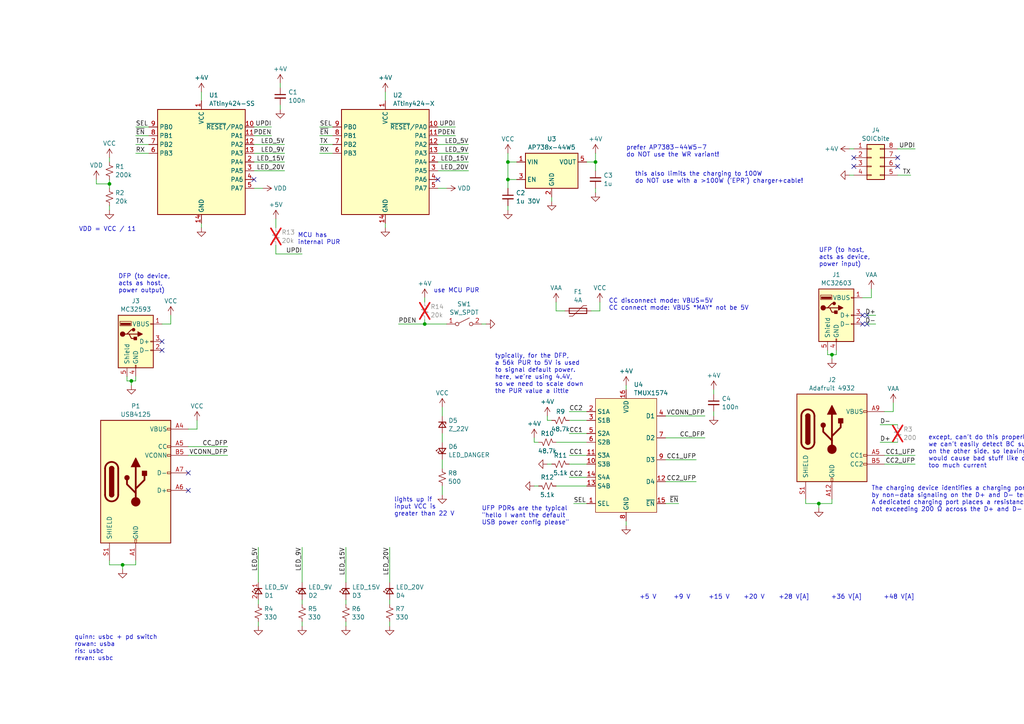
<source format=kicad_sch>
(kicad_sch (version 20230121) (generator eeschema)
  (paper "A4")
  (lib_symbols
    (symbol "Connector:USB_A" (pin_names (offset 1.016))
      (property "Reference" "J" (at -5.08 11.43 0))
      (property "Value" "USB_A" (at -5.08 8.89 0))
      (symbol "USB_A_0_1"
        (rectangle (start -5.08 -7.62) (end 5.08 7.62) (stroke (width 0.254)) (fill (type background)))
        (circle (center -3.81 2.159) (radius 0.635) (stroke (width 0.254)) (fill (type outline)))
        (rectangle (start -1.524 4.826) (end -4.318 5.334) (fill (type outline)))
        (rectangle (start -1.27 4.572) (end -4.572 5.842))
        (circle (center -0.635 3.429) (radius 0.381) (stroke (width 0.254)) (fill (type outline)))
        (rectangle (start -0.127 -7.62) (end 0.127 -6.858))
        (polyline (pts (xy -3.175 2.159) (xy -2.54 2.159) (xy -1.27 3.429) (xy -0.635 3.429)) (stroke (width 0.254)))
        (polyline (pts (xy -2.54 2.159) (xy -1.905 2.159) (xy -1.27 0.889) (xy 0 0.889)) (stroke (width 0.254)))
        (polyline (pts (xy 0.635 2.794) (xy 0.635 1.524) (xy 1.905 2.159) (xy 0.635 2.794)) (stroke (width 0.254)) (fill (type outline)))
        (rectangle (start 0.254 1.27) (end -0.508 0.508) (stroke (width 0.254)) (fill (type outline)))
        (rectangle (start 5.08 -2.667) (end 4.318 -2.413))
        (rectangle (start 5.08 -0.127) (end 4.318 0.127))
        (rectangle (start 5.08 4.953) (end 4.318 5.207))
      )
      (symbol "USB_A_1_1"
        (polyline (pts (xy -1.905 2.159) (xy 0.635 2.159)) (stroke (width 0.254)))
        (pin power_in line (at 7.62 5.08 180) (length 2.54) (name "VBUS") (number "1"))
        (pin bidirectional line (at 7.62 -2.54 180) (length 2.54) (name "D-") (number "2"))
        (pin bidirectional line (at 7.62 0 180) (length 2.54) (name "D+") (number "3"))
        (pin power_in line (at 0 -10.16 90) (length 2.54) (name "GND") (number "4"))
        (pin passive line (at -2.54 -10.16 90) (length 2.54) (name "Shield") (number "5"))
      )
    )
    (symbol "Connector:USB_C_Plug_USB2.0" (pin_names (offset 1.016))
      (property "Reference" "P" (at -10.16 19.05 0))
      (property "Value" "USB_C_Plug_USB2.0" (at 12.7 19.05 0))
      (symbol "USB_C_Plug_USB2.0_0_0"
        (rectangle (start -0.254 -17.78) (end 0.254 -16.764))
        (rectangle (start 10.16 -2.286) (end 9.144 -2.794))
        (rectangle (start 10.16 2.794) (end 9.144 2.286))
        (rectangle (start 10.16 7.874) (end 9.144 7.366))
        (rectangle (start 10.16 10.414) (end 9.144 9.906))
        (rectangle (start 10.16 15.494) (end 9.144 14.986))
      )
      (symbol "USB_C_Plug_USB2.0_0_1"
        (rectangle (start -10.16 17.78) (end 10.16 -17.78) (stroke (width 0.254)) (fill (type background)))
        (arc (start -8.89 -3.81) (mid -6.985 -5.7067) (end -5.08 -3.81) (stroke (width 0.508)))
        (arc (start -7.62 -3.81) (mid -6.985 -4.4423) (end -6.35 -3.81) (stroke (width 0.254)))
        (arc (start -7.62 -3.81) (mid -6.985 -4.4423) (end -6.35 -3.81) (stroke (width 0.254)) (fill (type outline)))
        (rectangle (start -7.62 -3.81) (end -6.35 3.81) (stroke (width 0.254)) (fill (type outline)))
        (arc (start -6.35 3.81) (mid -6.985 4.4423) (end -7.62 3.81) (stroke (width 0.254)))
        (arc (start -6.35 3.81) (mid -6.985 4.4423) (end -7.62 3.81) (stroke (width 0.254)) (fill (type outline)))
        (arc (start -5.08 3.81) (mid -6.985 5.7067) (end -8.89 3.81) (stroke (width 0.508)))
        (circle (center -2.54 1.143) (radius 0.635) (stroke (width 0.254)) (fill (type outline)))
        (circle (center 0 -5.842) (radius 1.27) (fill (type outline)))
        (polyline (pts (xy -8.89 -3.81) (xy -8.89 3.81)) (stroke (width 0.508)))
        (polyline (pts (xy -5.08 3.81) (xy -5.08 -3.81)) (stroke (width 0.508)))
        (polyline (pts (xy 0 -5.842) (xy 0 4.318)) (stroke (width 0.508)))
        (polyline (pts (xy 0 -3.302) (xy -2.54 -0.762) (xy -2.54 0.508)) (stroke (width 0.508)))
        (polyline (pts (xy 0 -2.032) (xy 2.54 0.508) (xy 2.54 1.778)) (stroke (width 0.508)))
        (polyline (pts (xy -1.27 4.318) (xy 0 6.858) (xy 1.27 4.318) (xy -1.27 4.318)) (stroke (width 0.254)) (fill (type outline)))
        (rectangle (start 1.905 1.778) (end 3.175 3.048) (stroke (width 0.254)) (fill (type outline)))
      )
      (symbol "USB_C_Plug_USB2.0_1_1"
        (pin passive line (at 0 -22.86 90) (length 5.08) (name "GND") (number "A1"))
        (pin passive line (at 0 -22.86 90) (length 5.08) hide (name "GND") (number "A12"))
        (pin passive line (at 15.24 15.24 180) (length 5.08) (name "VBUS") (number "A4"))
        (pin bidirectional line (at 15.24 10.16 180) (length 5.08) (name "CC") (number "A5"))
        (pin bidirectional line (at 15.24 -2.54 180) (length 5.08) (name "D+") (number "A6"))
        (pin bidirectional line (at 15.24 2.54 180) (length 5.08) (name "D-") (number "A7"))
        (pin passive line (at 15.24 15.24 180) (length 5.08) hide (name "VBUS") (number "A9"))
        (pin passive line (at 0 -22.86 90) (length 5.08) hide (name "GND") (number "B1"))
        (pin passive line (at 0 -22.86 90) (length 5.08) hide (name "GND") (number "B12"))
        (pin passive line (at 15.24 15.24 180) (length 5.08) hide (name "VBUS") (number "B4"))
        (pin bidirectional line (at 15.24 7.62 180) (length 5.08) (name "VCONN") (number "B5"))
        (pin passive line (at 15.24 15.24 180) (length 5.08) hide (name "VBUS") (number "B9"))
        (pin passive line (at -7.62 -22.86 90) (length 5.08) (name "SHIELD") (number "S1"))
      )
    )
    (symbol "Connector:USB_C_Receptacle_PowerOnly_6P" (pin_names (offset 1.016))
      (property "Reference" "J" (at 0 16.51 0))
      (property "Value" "USB_C_Receptacle_PowerOnly_6P" (at 0 13.97 0))
      (symbol "USB_C_Receptacle_PowerOnly_6P_0_0"
        (rectangle (start -0.254 -12.7) (end 0.254 -11.684))
        (rectangle (start 10.16 -7.366) (end 9.144 -7.874))
        (rectangle (start 10.16 -4.826) (end 9.144 -5.334))
        (rectangle (start 10.16 7.874) (end 9.144 7.366))
      )
      (symbol "USB_C_Receptacle_PowerOnly_6P_0_1"
        (rectangle (start -10.16 12.7) (end 10.16 -12.7) (stroke (width 0.254)) (fill (type background)))
        (arc (start -8.89 -1.27) (mid -6.985 -3.1667) (end -5.08 -1.27) (stroke (width 0.508)))
        (arc (start -7.62 -1.27) (mid -6.985 -1.9023) (end -6.35 -1.27) (stroke (width 0.254)))
        (arc (start -7.62 -1.27) (mid -6.985 -1.9023) (end -6.35 -1.27) (stroke (width 0.254)) (fill (type outline)))
        (rectangle (start -7.62 -1.27) (end -6.35 6.35) (stroke (width 0.254)) (fill (type outline)))
        (arc (start -6.35 6.35) (mid -6.985 6.9823) (end -7.62 6.35) (stroke (width 0.254)))
        (arc (start -6.35 6.35) (mid -6.985 6.9823) (end -7.62 6.35) (stroke (width 0.254)) (fill (type outline)))
        (arc (start -5.08 6.35) (mid -6.985 8.2467) (end -8.89 6.35) (stroke (width 0.508)))
        (circle (center -2.54 3.683) (radius 0.635) (stroke (width 0.254)) (fill (type outline)))
        (circle (center 0 -3.302) (radius 1.27) (fill (type outline)))
        (polyline (pts (xy -8.89 -1.27) (xy -8.89 6.35)) (stroke (width 0.508)))
        (polyline (pts (xy -5.08 6.35) (xy -5.08 -1.27)) (stroke (width 0.508)))
        (polyline (pts (xy 0 -3.302) (xy 0 6.858)) (stroke (width 0.508)))
        (polyline (pts (xy 0 -0.762) (xy -2.54 1.778) (xy -2.54 3.048)) (stroke (width 0.508)))
        (polyline (pts (xy 0 0.508) (xy 2.54 3.048) (xy 2.54 4.318)) (stroke (width 0.508)))
        (polyline (pts (xy -1.27 6.858) (xy 0 9.398) (xy 1.27 6.858) (xy -1.27 6.858)) (stroke (width 0.254)) (fill (type outline)))
        (rectangle (start 1.905 4.318) (end 3.175 5.588) (stroke (width 0.254)) (fill (type outline)))
      )
      (symbol "USB_C_Receptacle_PowerOnly_6P_1_1"
        (pin passive line (at 0 -17.78 90) (length 5.08) (name "GND") (number "A12"))
        (pin bidirectional line (at 15.24 -5.08 180) (length 5.08) (name "CC1") (number "A5"))
        (pin passive line (at 15.24 7.62 180) (length 5.08) (name "VBUS") (number "A9"))
        (pin passive line (at 0 -17.78 90) (length 5.08) hide (name "GND") (number "B12"))
        (pin bidirectional line (at 15.24 -7.62 180) (length 5.08) (name "CC2") (number "B5"))
        (pin passive line (at 15.24 7.62 180) (length 5.08) hide (name "VBUS") (number "B9"))
        (pin passive line (at -7.62 -17.78 90) (length 5.08) (name "SHIELD") (number "S1"))
      )
    )
    (symbol "Connector_Generic:Conn_02x04_Counter_Clockwise" (pin_names (offset 1.016) hide)
      (property "Reference" "J" (at 1.27 5.08 0))
      (property "Value" "Conn_02x04_Counter_Clockwise" (at 1.27 -7.62 0))
      (symbol "Conn_02x04_Counter_Clockwise_1_1"
        (rectangle (start -1.27 -4.953) (end 0 -5.207) (stroke (width 0.1524)))
        (rectangle (start -1.27 -2.413) (end 0 -2.667) (stroke (width 0.1524)))
        (rectangle (start -1.27 0.127) (end 0 -0.127) (stroke (width 0.1524)))
        (rectangle (start -1.27 2.667) (end 0 2.413) (stroke (width 0.1524)))
        (rectangle (start -1.27 3.81) (end 3.81 -6.35) (stroke (width 0.254)) (fill (type background)))
        (rectangle (start 3.81 -4.953) (end 2.54 -5.207) (stroke (width 0.1524)))
        (rectangle (start 3.81 -2.413) (end 2.54 -2.667) (stroke (width 0.1524)))
        (rectangle (start 3.81 0.127) (end 2.54 -0.127) (stroke (width 0.1524)))
        (rectangle (start 3.81 2.667) (end 2.54 2.413) (stroke (width 0.1524)))
        (pin passive line (at -5.08 2.54 0) (length 3.81) (name "Pin_1") (number "1"))
        (pin passive line (at -5.08 0 0) (length 3.81) (name "Pin_2") (number "2"))
        (pin passive line (at -5.08 -2.54 0) (length 3.81) (name "Pin_3") (number "3"))
        (pin passive line (at -5.08 -5.08 0) (length 3.81) (name "Pin_4") (number "4"))
        (pin passive line (at 7.62 -5.08 180) (length 3.81) (name "Pin_5") (number "5"))
        (pin passive line (at 7.62 -2.54 180) (length 3.81) (name "Pin_6") (number "6"))
        (pin passive line (at 7.62 0 180) (length 3.81) (name "Pin_7") (number "7"))
        (pin passive line (at 7.62 2.54 180) (length 3.81) (name "Pin_8") (number "8"))
      )
    )
    (symbol "Device:C_Small" (pin_numbers hide) (pin_names (offset 0.254) hide)
      (property "Reference" "C" (at 0.254 1.778 0))
      (property "Value" "C_Small" (at 0.254 -2.032 0))
      (symbol "C_Small_0_1"
        (polyline (pts (xy -1.524 -0.508) (xy 1.524 -0.508)) (stroke (width 0.3302)))
        (polyline (pts (xy -1.524 0.508) (xy 1.524 0.508)) (stroke (width 0.3048)))
      )
      (symbol "C_Small_1_1"
        (pin passive line (at 0 2.54 270) (length 2.032) (name "~") (number "1"))
        (pin passive line (at 0 -2.54 90) (length 2.032) (name "~") (number "2"))
      )
    )
    (symbol "Device:D_Zener_Small" (pin_numbers hide) (pin_names (offset 0.254) hide)
      (property "Reference" "D" (at 0 2.286 0))
      (property "Value" "D_Zener_Small" (at 0 -2.286 0))
      (symbol "D_Zener_Small_0_1"
        (polyline (pts (xy 0.762 0) (xy -0.762 0)))
        (polyline (pts (xy -0.254 1.016) (xy -0.762 1.016) (xy -0.762 -1.016)) (stroke (width 0.254)))
        (polyline (pts (xy 0.762 1.016) (xy -0.762 0) (xy 0.762 -1.016) (xy 0.762 1.016)) (stroke (width 0.254)))
      )
      (symbol "D_Zener_Small_1_1"
        (pin passive line (at -2.54 0 0) (length 1.778) (name "K") (number "1"))
        (pin passive line (at 2.54 0 180) (length 1.778) (name "A") (number "2"))
      )
    )
    (symbol "Device:LED_Small" (pin_numbers hide) (pin_names (offset 0.254) hide)
      (property "Reference" "D" (at -1.27 3.175 0))
      (property "Value" "LED_Small" (at -4.445 -2.54 0))
      (symbol "LED_Small_0_1"
        (polyline (pts (xy -0.762 -1.016) (xy -0.762 1.016)) (stroke (width 0.254)))
        (polyline (pts (xy 1.016 0) (xy -0.762 0)))
        (polyline (pts (xy 0.762 -1.016) (xy -0.762 0) (xy 0.762 1.016) (xy 0.762 -1.016)) (stroke (width 0.254)))
        (polyline (pts (xy 0 0.762) (xy -0.508 1.27) (xy -0.254 1.27) (xy -0.508 1.27) (xy -0.508 1.016)))
        (polyline (pts (xy 0.508 1.27) (xy 0 1.778) (xy 0.254 1.778) (xy 0 1.778) (xy 0 1.524)))
      )
      (symbol "LED_Small_1_1"
        (pin passive line (at -2.54 0 0) (length 1.778) (name "K") (number "1"))
        (pin passive line (at 2.54 0 180) (length 1.778) (name "A") (number "2"))
      )
    )
    (symbol "Device:Polyfuse" (pin_numbers hide) (pin_names (offset 0))
      (property "Reference" "F" (at -2.54 0 90))
      (property "Value" "Polyfuse" (at 2.54 0 90))
      (symbol "Polyfuse_0_1"
        (rectangle (start -0.762 2.54) (end 0.762 -2.54) (stroke (width 0.254)))
        (polyline (pts (xy 0 2.54) (xy 0 -2.54)))
        (polyline (pts (xy -1.524 2.54) (xy -1.524 1.524) (xy 1.524 -1.524) (xy 1.524 -2.54)))
      )
      (symbol "Polyfuse_1_1"
        (pin passive line (at 0 3.81 270) (length 1.27) (name "~") (number "1"))
        (pin passive line (at 0 -3.81 90) (length 1.27) (name "~") (number "2"))
      )
    )
    (symbol "Device:R_Small_US" (pin_numbers hide) (pin_names (offset 0.254) hide)
      (property "Reference" "R" (at 0.762 0.508 0))
      (property "Value" "R_Small_US" (at 0.762 -1.016 0))
      (symbol "R_Small_US_1_1"
        (polyline (pts (xy 0 0) (xy 1.016 -0.381) (xy 0 -0.762) (xy -1.016 -1.143) (xy 0 -1.524)))
        (polyline (pts (xy 0 1.524) (xy 1.016 1.143) (xy 0 0.762) (xy -1.016 0.381) (xy 0 0)))
        (pin passive line (at 0 2.54 270) (length 1.016) (name "~") (number "1"))
        (pin passive line (at 0 -2.54 90) (length 1.016) (name "~") (number "2"))
      )
    )
    (symbol "GND_1" (power) (pin_numbers hide) (pin_names (offset 0) hide)
      (property "Value" "GND_1" (at 0 -3.81 0))
      (symbol "GND_1_0_1"
        (polyline (pts (xy 0 0) (xy 0 -1.27) (xy 1.27 -1.27) (xy 0 -2.54) (xy -1.27 -1.27) (xy 0 -1.27)))
      )
      (symbol "GND_1_1_1"
        (pin power_in line (at 0 0 270) (length 0) hide (name "GND") (number "1"))
      )
    )
    (symbol "LED_Small_1" (pin_names (offset 0.254) hide)
      (property "Reference" "D" (at -1.27 3.175 0))
      (property "Value" "LED_Small" (at -4.445 -2.54 0))
      (symbol "LED_Small_1_0_1"
        (polyline (pts (xy -0.762 -1.016) (xy -0.762 1.016)) (stroke (width 0.254)))
        (polyline (pts (xy 1.016 0) (xy -0.762 0)))
        (polyline (pts (xy 0.762 -1.016) (xy -0.762 0) (xy 0.762 1.016) (xy 0.762 -1.016)) (stroke (width 0.254)))
        (polyline (pts (xy 0 0.762) (xy -0.508 1.27) (xy -0.254 1.27) (xy -0.508 1.27) (xy -0.508 1.016)))
        (polyline (pts (xy 0.508 1.27) (xy 0 1.778) (xy 0.254 1.778) (xy 0 1.778) (xy 0 1.524)))
      )
      (symbol "LED_Small_1_1_1"
        (pin passive line (at -2.54 0 0) (length 1.778) (name "K") (number "1"))
        (pin passive line (at 2.54 0 180) (length 1.778) (name "A") (number "2"))
      )
    )
    (symbol "MCU_Microchip_ATtiny:ATtiny424-SS"
      (property "Reference" "U" (at -12.7 16.51 0))
      (property "Value" "ATtiny424-SS" (at 2.54 -16.51 0))
      (symbol "ATtiny424-SS_0_1"
        (rectangle (start -12.7 -15.24) (end 12.7 15.24) (stroke (width 0.254)) (fill (type background)))
      )
      (symbol "ATtiny424-SS_1_1"
        (pin power_in line (at 0 17.78 270) (length 2.54) (name "VCC") (number "1"))
        (pin bidirectional line (at 15.24 10.16 180) (length 2.54) (name "~{RESET}/PA0") (number "10"))
        (pin bidirectional line (at 15.24 7.62 180) (length 2.54) (name "PA1") (number "11"))
        (pin bidirectional line (at 15.24 5.08 180) (length 2.54) (name "PA2") (number "12"))
        (pin bidirectional line (at 15.24 2.54 180) (length 2.54) (name "PA3") (number "13"))
        (pin power_in line (at 0 -17.78 90) (length 2.54) (name "GND") (number "14"))
        (pin bidirectional line (at 15.24 0 180) (length 2.54) (name "PA4") (number "2"))
        (pin bidirectional line (at 15.24 -2.54 180) (length 2.54) (name "PA5") (number "3"))
        (pin bidirectional line (at 15.24 -5.08 180) (length 2.54) (name "PA6") (number "4"))
        (pin bidirectional line (at 15.24 -7.62 180) (length 2.54) (name "PA7") (number "5"))
        (pin bidirectional line (at -15.24 2.54 0) (length 2.54) (name "PB3") (number "6"))
        (pin bidirectional line (at -15.24 5.08 0) (length 2.54) (name "PB2") (number "7"))
        (pin bidirectional line (at -15.24 7.62 0) (length 2.54) (name "PB1") (number "8"))
        (pin bidirectional line (at -15.24 10.16 0) (length 2.54) (name "PB0") (number "9"))
      )
    )
    (symbol "MCU_Microchip_ATtiny:ATtiny424-X"
      (property "Reference" "U" (at -12.7 16.51 0))
      (property "Value" "ATtiny424-X" (at 2.54 -16.51 0))
      (symbol "ATtiny424-X_0_1"
        (rectangle (start -12.7 -15.24) (end 12.7 15.24) (stroke (width 0.254)) (fill (type background)))
      )
      (symbol "ATtiny424-X_1_1"
        (pin power_in line (at 0 17.78 270) (length 2.54) (name "VCC") (number "1"))
        (pin bidirectional line (at 15.24 10.16 180) (length 2.54) (name "~{RESET}/PA0") (number "10"))
        (pin bidirectional line (at 15.24 7.62 180) (length 2.54) (name "PA1") (number "11"))
        (pin bidirectional line (at 15.24 5.08 180) (length 2.54) (name "PA2") (number "12"))
        (pin bidirectional line (at 15.24 2.54 180) (length 2.54) (name "PA3") (number "13"))
        (pin power_in line (at 0 -17.78 90) (length 2.54) (name "GND") (number "14"))
        (pin bidirectional line (at 15.24 0 180) (length 2.54) (name "PA4") (number "2"))
        (pin bidirectional line (at 15.24 -2.54 180) (length 2.54) (name "PA5") (number "3"))
        (pin bidirectional line (at 15.24 -5.08 180) (length 2.54) (name "PA6") (number "4"))
        (pin bidirectional line (at 15.24 -7.62 180) (length 2.54) (name "PA7") (number "5"))
        (pin bidirectional line (at -15.24 2.54 0) (length 2.54) (name "PB3") (number "6"))
        (pin bidirectional line (at -15.24 5.08 0) (length 2.54) (name "PB2") (number "7"))
        (pin bidirectional line (at -15.24 7.62 0) (length 2.54) (name "PB1") (number "8"))
        (pin bidirectional line (at -15.24 10.16 0) (length 2.54) (name "PB0") (number "9"))
      )
    )
    (symbol "Regulator_Linear:MIC5504-3.3YM5"
      (property "Reference" "U" (at -7.62 8.89 0))
      (property "Value" "MIC5504-3.3YM5" (at -7.62 6.35 0))
      (symbol "MIC5504-3.3YM5_0_1"
        (rectangle (start -7.62 -5.08) (end 7.62 5.08) (stroke (width 0.254)) (fill (type background)))
      )
      (symbol "MIC5504-3.3YM5_1_1"
        (pin power_in line (at -10.16 2.54 0) (length 2.54) (name "VIN") (number "1"))
        (pin power_in line (at 0 -7.62 90) (length 2.54) (name "GND") (number "2"))
        (pin input line (at -10.16 -2.54 0) (length 2.54) (name "EN") (number "3"))
        (pin no_connect line (at 7.62 -2.54 180) (length 2.54) hide (name "NC") (number "4"))
        (pin power_out line (at 10.16 2.54 180) (length 2.54) (name "VOUT") (number "5"))
      )
    )
    (symbol "Switch:SW_SPST" (pin_names (offset 0) hide)
      (property "Reference" "SW" (at 0 3.175 0))
      (property "Value" "SW_SPST" (at 0 -2.54 0))
      (symbol "SW_SPST_0_0"
        (circle (center -2.032 0) (radius 0.508))
        (polyline (pts (xy -1.524 0.254) (xy 1.524 1.778)))
        (circle (center 2.032 0) (radius 0.508))
      )
      (symbol "SW_SPST_1_1"
        (pin passive line (at -5.08 0 0) (length 2.54) (name "A") (number "1"))
        (pin passive line (at 5.08 0 180) (length 2.54) (name "B") (number "2"))
      )
    )
    (symbol "power:+4V" (power) (pin_numbers hide) (pin_names (offset 0) hide)
      (property "Value" "+4V" (at 0 3.556 0))
      (symbol "+4V_0_1"
        (polyline (pts (xy -0.762 1.27) (xy 0 2.54)))
        (polyline (pts (xy 0 0) (xy 0 2.54)))
        (polyline (pts (xy 0 2.54) (xy 0.762 1.27)))
      )
      (symbol "+4V_1_1"
        (pin power_in line (at 0 0 90) (length 0) hide (name "+4V") (number "1"))
      )
    )
    (symbol "power:+5V" (power) (pin_numbers hide) (pin_names (offset 0) hide)
      (property "Value" "+5V" (at 0 3.556 0))
      (symbol "+5V_0_1"
        (polyline (pts (xy -0.762 1.27) (xy 0 2.54)))
        (polyline (pts (xy 0 0) (xy 0 2.54)))
        (polyline (pts (xy 0 2.54) (xy 0.762 1.27)))
      )
      (symbol "+5V_1_1"
        (pin power_in line (at 0 0 90) (length 0) hide (name "+5V") (number "1"))
      )
    )
    (symbol "power:GND" (power) (pin_numbers hide) (pin_names (offset 0) hide)
      (property "Value" "GND" (at 0 -3.81 0))
      (symbol "GND_0_1"
        (polyline (pts (xy 0 0) (xy 0 -1.27) (xy 1.27 -1.27) (xy 0 -2.54) (xy -1.27 -1.27) (xy 0 -1.27)))
      )
      (symbol "GND_1_1"
        (pin power_in line (at 0 0 270) (length 0) hide (name "GND") (number "1"))
      )
    )
    (symbol "power:VAA" (power) (pin_numbers hide) (pin_names (offset 0) hide)
      (property "Value" "VAA" (at 0 3.81 0))
      (symbol "VAA_0_1"
        (polyline (pts (xy -0.762 1.27) (xy 0 2.54)))
        (polyline (pts (xy 0 0) (xy 0 2.54)))
        (polyline (pts (xy 0 2.54) (xy 0.762 1.27)))
      )
      (symbol "VAA_1_1"
        (pin power_in line (at 0 0 90) (length 0) hide (name "VAA") (number "1"))
      )
    )
    (symbol "power:VCC" (power) (pin_numbers hide) (pin_names (offset 0) hide)
      (property "Value" "VCC" (at 0 3.81 0))
      (symbol "VCC_0_1"
        (polyline (pts (xy -0.762 1.27) (xy 0 2.54)))
        (polyline (pts (xy 0 0) (xy 0 2.54)))
        (polyline (pts (xy 0 2.54) (xy 0.762 1.27)))
      )
      (symbol "VCC_1_1"
        (pin power_in line (at 0 0 90) (length 0) hide (name "VCC") (number "1"))
      )
    )
    (symbol "power:VDD" (power) (pin_numbers hide) (pin_names (offset 0) hide)
      (property "Value" "VDD" (at 0 3.81 0))
      (symbol "VDD_0_1"
        (polyline (pts (xy -0.762 1.27) (xy 0 2.54)))
        (polyline (pts (xy 0 0) (xy 0 2.54)))
        (polyline (pts (xy 0 2.54) (xy 0.762 1.27)))
      )
      (symbol "VDD_1_1"
        (pin power_in line (at 0 0 90) (length 0) hide (name "VDD") (number "1"))
      )
    )
    (symbol "usbcondom:TMUX1574"
      (property "Reference" "U" (at 0 0 0))
      (property "Value" "TMUX1574" (at 0 0 0))
      (symbol "TMUX1574_1_1"
        (rectangle (start -8.89 16.51) (end 8.89 -16.51) (fill (type background)))
        (pin input line (at -11.43 -13.97 0) (length 2.54) (name "SEL") (number "1"))
        (pin passive line (at -11.43 -2.54 0) (length 2.54) (name "S3B") (number "10"))
        (pin passive line (at -11.43 0 0) (length 2.54) (name "S3A") (number "11"))
        (pin passive line (at 11.43 -7.62 180) (length 2.54) (name "D4") (number "12"))
        (pin passive line (at -11.43 -8.89 0) (length 2.54) (name "S4B") (number "13"))
        (pin passive line (at -11.43 -6.35 0) (length 2.54) (name "S4A") (number "14"))
        (pin input line (at 11.43 -13.97 180) (length 2.54) (name "~{EN}") (number "15"))
        (pin power_in line (at 0 19.05 270) (length 2.54) (name "VDD") (number "16"))
        (pin passive line (at -11.43 12.7 0) (length 2.54) (name "S1A") (number "2"))
        (pin passive line (at -11.43 10.16 0) (length 2.54) (name "S1B") (number "3"))
        (pin passive line (at 11.43 11.43 180) (length 2.54) (name "D1") (number "4"))
        (pin passive line (at -11.43 6.35 0) (length 2.54) (name "S2A") (number "5"))
        (pin passive line (at -11.43 3.81 0) (length 2.54) (name "S2B") (number "6"))
        (pin passive line (at 11.43 5.08 180) (length 2.54) (name "D2") (number "7"))
        (pin power_in line (at 0 -19.05 90) (length 2.54) (name "GND") (number "8"))
        (pin passive line (at 11.43 -1.27 180) (length 2.54) (name "D3") (number "9"))
      )
    )
  )
  (junction (at 38.1 110.49))
  (junction (at 237.49 146.05))
  (junction (at 31.75 53.34))
  (junction (at 35.56 163.83))
  (junction (at 241.3 102.87))
  (junction (at 172.72 46.99))
  (junction (at 147.32 52.07))
  (junction (at 123.19 93.98))
  (junction (at 147.32 46.99))
  (no_connect (at 260.35 45.72))
  (no_connect (at 247.65 45.72))
  (no_connect (at 251.46 93.98))
  (no_connect (at 250.19 91.44))
  (no_connect (at 251.46 91.44))
  (no_connect (at 73.66 52.07))
  (no_connect (at 54.61 142.24))
  (no_connect (at 127 52.07))
  (no_connect (at 250.19 93.98))
  (no_connect (at 46.99 101.6))
  (no_connect (at 260.35 48.26))
  (no_connect (at 54.61 137.16))
  (no_connect (at 247.65 48.26))
  (no_connect (at 46.99 99.06))
  (wire (pts (xy 259.08 119.38) (xy 259.08 116.84)))
  (wire (pts (xy 251.46 91.44) (xy 254 91.44)))
  (wire (pts (xy 237.49 146.05) (xy 237.49 147.32)))
  (wire (pts (xy 39.37 41.91) (xy 43.18 41.91)))
  (wire (pts (xy 207.01 113.03) (xy 207.01 114.3)))
  (wire (pts (xy 256.54 132.08) (xy 265.43 132.08)))
  (wire (pts (xy 74.93 180.34) (xy 74.93 181.61)))
  (wire (pts (xy 233.68 144.78) (xy 233.68 146.05)))
  (wire (pts (xy 80.01 63.5) (xy 80.01 66.04)))
  (wire (pts (xy 241.3 144.78) (xy 241.3 146.05)))
  (wire (pts (xy 54.61 124.46) (xy 57.15 124.46)))
  (wire (pts (xy 196.85 146.05) (xy 193.04 146.05)))
  (wire (pts (xy 160.02 121.92) (xy 158.75 121.92)))
  (wire (pts (xy 80.01 71.12) (xy 80.01 73.66)))
  (wire (pts (xy 241.3 102.87) (xy 241.3 104.14)))
  (wire (pts (xy 160.02 57.15) (xy 160.02 58.42)))
  (wire (pts (xy 135.89 41.91) (xy 127 41.91)))
  (wire (pts (xy 241.3 102.87) (xy 242.57 102.87)))
  (wire (pts (xy 39.37 39.37) (xy 43.18 39.37)))
  (wire (pts (xy 246.38 43.18) (xy 247.65 43.18)))
  (wire (pts (xy 31.75 53.34) (xy 31.75 54.61)))
  (wire (pts (xy 38.1 110.49) (xy 38.1 111.76)))
  (wire (pts (xy 127 54.61) (xy 129.54 54.61)))
  (wire (pts (xy 165.1 132.08) (xy 170.18 132.08)))
  (wire (pts (xy 252.73 86.36) (xy 252.73 83.82)))
  (wire (pts (xy 163.83 90.17) (xy 161.29 90.17)))
  (wire (pts (xy 35.56 163.83) (xy 35.56 165.1)))
  (wire (pts (xy 250.19 86.36) (xy 252.73 86.36)))
  (wire (pts (xy 128.27 120.65) (xy 128.27 118.11)))
  (wire (pts (xy 46.99 93.98) (xy 49.53 93.98)))
  (wire (pts (xy 154.94 127) (xy 154.94 128.27)))
  (wire (pts (xy 127 36.83) (xy 132.08 36.83)))
  (wire (pts (xy 74.93 173.99) (xy 74.93 175.26)))
  (wire (pts (xy 147.32 52.07) (xy 147.32 46.99)))
  (wire (pts (xy 165.1 125.73) (xy 170.18 125.73)))
  (wire (pts (xy 237.49 146.05) (xy 241.3 146.05)))
  (wire (pts (xy 87.63 180.34) (xy 87.63 181.61)))
  (wire (pts (xy 111.76 26.67) (xy 111.76 29.21)))
  (wire (pts (xy 181.61 111.76) (xy 181.61 113.03)))
  (wire (pts (xy 149.86 46.99) (xy 147.32 46.99)))
  (wire (pts (xy 73.66 36.83) (xy 78.74 36.83)))
  (wire (pts (xy 147.32 52.07) (xy 147.32 54.61)))
  (wire (pts (xy 81.28 24.13) (xy 81.28 25.4)))
  (wire (pts (xy 193.04 127) (xy 204.47 127)))
  (wire (pts (xy 113.03 173.99) (xy 113.03 175.26)))
  (wire (pts (xy 100.33 158.75) (xy 100.33 168.91)))
  (wire (pts (xy 113.03 158.75) (xy 113.03 168.91)))
  (wire (pts (xy 54.61 132.08) (xy 66.04 132.08)))
  (wire (pts (xy 172.72 46.99) (xy 172.72 49.53)))
  (wire (pts (xy 260.35 43.18) (xy 265.43 43.18)))
  (wire (pts (xy 139.7 93.98) (xy 140.97 93.98)))
  (wire (pts (xy 193.04 139.7) (xy 201.93 139.7)))
  (wire (pts (xy 82.55 44.45) (xy 73.66 44.45)))
  (wire (pts (xy 49.53 93.98) (xy 49.53 91.44)))
  (wire (pts (xy 242.57 102.87) (xy 242.57 101.6)))
  (wire (pts (xy 193.04 133.35) (xy 201.93 133.35)))
  (wire (pts (xy 92.71 44.45) (xy 96.52 44.45)))
  (wire (pts (xy 135.89 49.53) (xy 127 49.53)))
  (wire (pts (xy 160.02 134.62) (xy 158.75 134.62)))
  (wire (pts (xy 111.76 64.77) (xy 111.76 66.04)))
  (wire (pts (xy 161.29 140.97) (xy 170.18 140.97)))
  (wire (pts (xy 39.37 44.45) (xy 43.18 44.45)))
  (wire (pts (xy 54.61 129.54) (xy 66.04 129.54)))
  (wire (pts (xy 246.38 50.8) (xy 247.65 50.8)))
  (wire (pts (xy 156.21 140.97) (xy 154.94 140.97)))
  (wire (pts (xy 251.46 93.98) (xy 254 93.98)))
  (wire (pts (xy 161.29 128.27) (xy 170.18 128.27)))
  (wire (pts (xy 36.83 110.49) (xy 38.1 110.49)))
  (wire (pts (xy 80.01 73.66) (xy 87.63 73.66)))
  (wire (pts (xy 92.71 36.83) (xy 96.52 36.83)))
  (wire (pts (xy 31.75 59.69) (xy 31.75 60.96)))
  (wire (pts (xy 172.72 54.61) (xy 172.72 55.88)))
  (wire (pts (xy 207.01 119.38) (xy 207.01 120.65)))
  (wire (pts (xy 100.33 180.34) (xy 100.33 181.61)))
  (wire (pts (xy 31.75 163.83) (xy 35.56 163.83)))
  (wire (pts (xy 39.37 36.83) (xy 43.18 36.83)))
  (wire (pts (xy 128.27 133.35) (xy 128.27 135.89)))
  (wire (pts (xy 87.63 158.75) (xy 87.63 168.91)))
  (wire (pts (xy 31.75 45.72) (xy 31.75 46.99)))
  (wire (pts (xy 31.75 162.56) (xy 31.75 163.83)))
  (wire (pts (xy 165.1 134.62) (xy 170.18 134.62)))
  (wire (pts (xy 123.19 86.36) (xy 123.19 87.63)))
  (wire (pts (xy 123.19 92.71) (xy 123.19 93.98)))
  (wire (pts (xy 39.37 162.56) (xy 39.37 163.83)))
  (wire (pts (xy 127 39.37) (xy 132.08 39.37)))
  (wire (pts (xy 73.66 39.37) (xy 78.74 39.37)))
  (wire (pts (xy 27.94 52.07) (xy 27.94 53.34)))
  (wire (pts (xy 92.71 41.91) (xy 96.52 41.91)))
  (wire (pts (xy 135.89 46.99) (xy 127 46.99)))
  (wire (pts (xy 255.27 128.27) (xy 260.35 128.27)))
  (wire (pts (xy 135.89 44.45) (xy 127 44.45)))
  (wire (pts (xy 35.56 163.83) (xy 39.37 163.83)))
  (wire (pts (xy 73.66 54.61) (xy 76.2 54.61)))
  (wire (pts (xy 82.55 41.91) (xy 73.66 41.91)))
  (wire (pts (xy 171.45 90.17) (xy 173.99 90.17)))
  (wire (pts (xy 255.27 123.19) (xy 260.35 123.19)))
  (wire (pts (xy 82.55 46.99) (xy 73.66 46.99)))
  (wire (pts (xy 74.93 158.75) (xy 74.93 168.91)))
  (wire (pts (xy 87.63 173.99) (xy 87.63 175.26)))
  (wire (pts (xy 170.18 46.99) (xy 172.72 46.99)))
  (wire (pts (xy 158.75 120.65) (xy 158.75 121.92)))
  (wire (pts (xy 113.03 180.34) (xy 113.03 181.61)))
  (wire (pts (xy 81.28 30.48) (xy 81.28 31.75)))
  (wire (pts (xy 165.1 119.38) (xy 170.18 119.38)))
  (wire (pts (xy 264.16 50.8) (xy 260.35 50.8)))
  (wire (pts (xy 58.42 26.67) (xy 58.42 29.21)))
  (wire (pts (xy 240.03 102.87) (xy 241.3 102.87)))
  (wire (pts (xy 165.1 121.92) (xy 170.18 121.92)))
  (wire (pts (xy 100.33 173.99) (xy 100.33 175.26)))
  (wire (pts (xy 172.72 44.45) (xy 172.72 46.99)))
  (wire (pts (xy 256.54 119.38) (xy 259.08 119.38)))
  (wire (pts (xy 27.94 53.34) (xy 31.75 53.34)))
  (wire (pts (xy 256.54 134.62) (xy 265.43 134.62)))
  (wire (pts (xy 58.42 64.77) (xy 58.42 66.04)))
  (wire (pts (xy 92.71 39.37) (xy 96.52 39.37)))
  (wire (pts (xy 147.32 59.69) (xy 147.32 60.96)))
  (wire (pts (xy 240.03 101.6) (xy 240.03 102.87)))
  (wire (pts (xy 156.21 128.27) (xy 154.94 128.27)))
  (wire (pts (xy 129.54 93.98) (xy 123.19 93.98)))
  (wire (pts (xy 233.68 146.05) (xy 237.49 146.05)))
  (wire (pts (xy 82.55 49.53) (xy 73.66 49.53)))
  (wire (pts (xy 193.04 120.65) (xy 204.47 120.65)))
  (wire (pts (xy 165.1 138.43) (xy 170.18 138.43)))
  (wire (pts (xy 38.1 110.49) (xy 39.37 110.49)))
  (wire (pts (xy 149.86 52.07) (xy 147.32 52.07)))
  (wire (pts (xy 147.32 46.99) (xy 147.32 44.45)))
  (wire (pts (xy 57.15 124.46) (xy 57.15 121.92)))
  (wire (pts (xy 36.83 109.22) (xy 36.83 110.49)))
  (wire (pts (xy 128.27 140.97) (xy 128.27 143.51)))
  (wire (pts (xy 166.37 146.05) (xy 170.18 146.05)))
  (wire (pts (xy 181.61 151.13) (xy 181.61 152.4)))
  (wire (pts (xy 173.99 90.17) (xy 173.99 87.63)))
  (wire (pts (xy 123.19 93.98) (xy 115.57 93.98)))
  (wire (pts (xy 128.27 125.73) (xy 128.27 128.27)))
  (wire (pts (xy 31.75 52.07) (xy 31.75 53.34)))
  (wire (pts (xy 161.29 90.17) (xy 161.29 87.63)))
  (wire (pts (xy 39.37 110.49) (xy 39.37 109.22)))
  (text "UFP PDRs are the typical\n\"hello I want the default\nUSB power config please\"" (at 139.7 152.4 0) (effects (font (size 1.27 1.27)) (justify left bottom)))
  (text "DFP (to device,\nacts as host,\npower output)" (at 34.29 85.09 0) (effects (font (size 1.27 1.27)) (justify left bottom)))
  (text "VDD = VCC / 11" (at 22.86 67.31 0) (effects (font (size 1.27 1.27)) (justify left bottom)))
  (text "quinn: usbc + pd switch\nrowan: usba\nris: usbc\nrevan: usbc" (at 21.59 191.77 0) (effects (font (size 1.27 1.27)) (justify left bottom)))
  (text "except, can't do this properly, bc\nwe can't easily detect BC support\non the other side. so leaving it in\nwould cause bad stuff like drawing\ntoo much current" (at 269.24 135.89 0) (effects (font (size 1.27 1.27)) (justify left bottom)))
  (text "UFP (to host,\nacts as device,\npower input)" (at 237.49 77.47 0) (effects (font (size 1.27 1.27)) (justify left bottom)))
  (text "The charging device identifies a charging port\nby non-data signaling on the D+ and D− terminals.\nA dedicated charging port places a resistance\nnot exceeding 200 Ω across the D+ and D− terminals." (at 252.73 148.59 0) (effects (font (size 1.27 1.27)) (justify left bottom)))
  (text "typically, for the DFP,\na 56k PUR to 5V is used\nto signal default power.\nhere, we're using 4.4V,\nso we need to scale down\nthe PUR value a little" (at 143.51 114.3 0) (effects (font (size 1.27 1.27)) (justify left bottom)))
  (text "MCU has\ninternal PUR" (at 86.36 71.12 0) (effects (font (size 1.27 1.27)) (justify left bottom)))
  (text "this also limits the charging to 100W\ndo NOT use with a >100W ('EPR') charger+cable!" (at 184.15 53.34 0) (effects (font (size 1.27 1.27)) (justify left bottom)))
  (text "CC disconnect mode: VBUS=5V\nCC connect mode: VBUS *MAY* not be 5V" (at 176.53 90.17 0) (effects (font (size 1.27 1.27)) (justify left bottom)))
  (text "use MCU PUR" (at 125.73 85.09 0) (effects (font (size 1.27 1.27)) (justify left bottom)))
  (text "prefer AP7383-44W5-7\ndo NOT use the WR variant!" (at 181.61 45.72 0) (effects (font (size 1.27 1.27)) (justify left bottom)))
  (text "+5 V 	+9 V 	+15 V 	+20 V 	+28 V[A] 	+36 V[A] 	+48 V[A]" (at 185.42 173.99 0) (effects (font (size 1.27 1.27)) (justify left bottom)))
  (text "lights up if\ninput VCC is\ngreater than 22 V" (at 114.3 149.86 0) (effects (font (size 1.27 1.27)) (justify left bottom)))
  (label "CC2" (at 165.1 119.38 0))
  (label "TX" (at 92.71 41.91 0))
  (label "D-" (at 254 93.98 180))
  (label "LED_15V" (at 82.55 46.99 180))
  (label "UPDI" (at 78.74 36.83 180))
  (label "CC1" (at 165.1 132.08 0))
  (label "LED_5V" (at 135.89 41.91 180))
  (label "CC2" (at 165.1 138.43 0))
  (label "CC_DFP" (at 66.04 129.54 180))
  (label "SEL" (at 92.71 36.83 0))
  (label "LED_5V" (at 82.55 41.91 180))
  (label "~{EN}" (at 92.71 39.37 0))
  (label "~{EN}" (at 39.37 39.37 0))
  (label "RX" (at 39.37 44.45 0))
  (label "UPDI" (at 265.43 43.18 180))
  (label "RX" (at 92.71 44.45 0))
  (label "PDEN" (at 115.57 93.98 0))
  (label "LED_15V" (at 135.89 46.99 180))
  (label "LED_9V" (at 135.89 44.45 180))
  (label "PDEN" (at 78.74 39.37 180))
  (label "CC1" (at 165.1 125.73 0))
  (label "TX" (at 264.16 50.8 180))
  (label "LED_20V" (at 135.89 49.53 180))
  (label "PDEN" (at 132.08 39.37 180))
  (label "TX" (at 39.37 41.91 0))
  (label "SEL" (at 166.37 146.05 0))
  (label "SEL" (at 39.37 36.83 0))
  (label "LED_20V" (at 82.55 49.53 180))
  (label "UPDI" (at 132.08 36.83 180))
  (label "CC2_UFP" (at 201.93 139.7 180))
  (label "CC2_UFP" (at 265.43 134.62 180))
  (label "LED_20V" (at 113.03 158.75 270))
  (label "CC1_UFP" (at 265.43 132.08 180))
  (label "UPDI" (at 87.63 73.66 180))
  (label "VCONN_DFP" (at 66.04 132.08 180))
  (label "LED_5V" (at 74.93 158.75 270))
  (label "D+" (at 254 91.44 180))
  (label "CC_DFP" (at 204.47 127 180))
  (label "LED_9V" (at 87.63 158.75 270))
  (label "LED_9V" (at 82.55 44.45 180))
  (label "D-" (at 255.27 123.19 0))
  (label "CC1_UFP" (at 201.93 133.35 180))
  (label "D+" (at 255.27 128.27 0))
  (label "LED_15V" (at 100.33 158.75 270))
  (label "VCONN_DFP" (at 204.47 120.65 180))
  (label "~{EN}" (at 196.85 146.05 180))
  (symbol (lib_id "Connector:USB_A") (at 39.37 99.06 0) (unit 1)
    (property "Reference" "J3" (at 39.37 87.2957 0))
    (property "Value" "MC32593" (at 39.37 89.7199 0))
    (property "Footprint" "Connector_USB:USB_A_Molex_67643_Horizontal" (effects hide))
    (property "Datasheet" " ~" (effects hide))
    (property "Sim.Enable" "0" (effects hide))
  )
  (symbol (lib_id "Device:R_Small_US") (at 158.75 128.27 270) (mirror x) (unit 1)
    (property "Reference" "R10" (at 158.75 125.73 90))
    (property "Value" "48.7k" (at 158.75 130.81 90))
    (property "Footprint" "Resistor_SMD:R_0805_2012Metric_Pad1.20x1.40mm_HandSolder" (effects hide))
    (property "Sim.Enable" "0" (effects hide))
  )
  (symbol (lib_id "Device:C_Small") (at 172.72 52.07 0) (unit 1)
    (property "Reference" "C3" (at 175.0441 50.8642 0) (effects (justify left)))
    (property "Value" "1u" (at 175.0441 53.2884 0) (effects (justify left)))
    (property "Footprint" "Capacitor_SMD:C_0805_2012Metric_Pad1.18x1.45mm_HandSolder" (effects hide))
  )
  (symbol (lib_id "power:GND") (at 181.61 152.4 0) (unit 1)
    (property "Reference" "#PWR034" (effects hide))
    (property "Value" "GND" (effects hide))
  )
  (symbol (lib_id "Connector:USB_C_Plug_USB2.0") (at 39.37 139.7 0) (unit 1)
    (property "Reference" "P1" (at 39.37 117.7757 0))
    (property "Value" "USB4125" (at 39.37 120.1999 0))
    (property "Footprint" "usbcondom:USB_C_Receptacle_GCT_USB4125-xx-x_6P_CircularHole_TopMnt_Horizontal" (effects hide))
    (property "Datasheet" "https://www.usb.org/sites/default/files/documents/usb_type-c.zip" (effects hide))
    (property "Sim.Enable" "0" (effects hide))
  )
  (symbol (lib_id "power:GND") (at 147.32 60.96 0) (unit 1)
    (property "Reference" "#PWR025" (effects hide))
    (property "Value" "GND" (effects hide))
  )
  (symbol (lib_id "power:VCC") (at 147.32 44.45 0) (unit 1)
    (property "Reference" "#PWR024" (effects hide))
    (property "Value" "VCC" (at 147.32 40.3169 0))
  )
  (symbol (lib_id "MCU_Microchip_ATtiny:ATtiny424-X") (at 111.76 46.99 0) (unit 1)
    (property "Reference" "U2" (at 113.9541 27.6057 0) (effects (justify left)))
    (property "Value" "ATtiny424-X" (at 113.9541 30.0299 0) (effects (justify left)))
    (property "Footprint" "Package_SO:TSSOP-14_4.4x5mm_P0.65mm" (effects hide))
    (property "Datasheet" "https://ww1.microchip.com/downloads/en/DeviceDoc/ATtiny424-426-427-824-826-827-DataSheet-DS40002311A.pdf" (effects hide))
  )
  (symbol (lib_id "power:+4V") (at 172.72 44.45 0) (unit 1)
    (property "Reference" "#PWR046" (effects hide))
    (property "Value" "+4V" (at 172.72 40.3169 0))
  )
  (symbol (lib_id "power:GND") (at 172.72 55.88 0) (unit 1)
    (property "Reference" "#PWR032" (effects hide))
    (property "Value" "GND" (effects hide))
  )
  (symbol (lib_id "Connector:USB_A") (at 242.57 91.44 0) (unit 1)
    (property "Reference" "J1" (at 242.57 79.6757 0))
    (property "Value" "MC32603" (at 242.57 82.0999 0))
    (property "Footprint" "usbcondom:USB_A_Multicomp_Pro_MC32603_Horizontal" (effects hide))
    (property "Datasheet" " ~" (effects hide))
    (property "Sim.Enable" "0" (effects hide))
  )
  (symbol (lib_id "power:GND") (at 111.76 66.04 0) (unit 1)
    (property "Reference" "#PWR017" (effects hide))
    (property "Value" "GND" (effects hide))
  )
  (symbol (lib_id "Device:LED_Small") (at 113.03 171.45 90) (mirror x) (unit 1)
    (property "Reference" "D4" (at 114.808 172.7256 90) (effects (justify right)))
    (property "Value" "LED_20V" (at 114.808 170.3014 90) (effects (justify right)))
    (property "Footprint" "LED_SMD:LED_0805_2012Metric_Pad1.15x1.40mm_HandSolder" (effects hide))
    (property "Sim.Device" "D" (effects hide))
    (property "Sim.Pins" "1=A 2=K" (effects hide))
  )
  (symbol (lib_id "Device:R_Small_US") (at 260.35 125.73 0) (unit 1) (in_bom no) (on_board no) (dnp yes)
    (property "Reference" "R3" (at 262.001 124.5179 0) (effects (justify left)))
    (property "Value" "200" (at 262.001 126.9421 0) (effects (justify left)))
    (property "Footprint" "Resistor_SMD:R_0805_2012Metric_Pad1.20x1.40mm_HandSolder" (effects hide))
    (property "Sim.Enable" "0" (effects hide))
  )
  (symbol (lib_id "power:GND") (at 154.94 140.97 270) (mirror x) (unit 1)
    (property "Reference" "#PWR027" (effects hide))
    (property "Value" "GND" (effects hide))
  )
  (symbol (lib_id "power:GND") (at 158.75 134.62 270) (mirror x) (unit 1)
    (property "Reference" "#PWR029" (effects hide))
    (property "Value" "GND" (effects hide))
  )
  (symbol (lib_name "GND_1") (lib_id "power:GND") (at 113.03 181.61 0) (unit 1)
    (property "Reference" "#PWR018" (effects hide))
    (property "Value" "GND" (effects hide))
  )
  (symbol (lib_id "power:+4V") (at 111.76 26.67 0) (unit 1)
    (property "Reference" "#PWR031" (effects hide))
    (property "Value" "+4V" (at 111.76 22.5369 0))
  )
  (symbol (lib_id "power:+5V") (at 80.01 63.5 0) (unit 1)
    (property "Reference" "#PWR041" (effects hide))
    (property "Value" "+5V" (at 80.01 59.3669 0))
  )
  (symbol (lib_id "Device:LED_Small") (at 128.27 130.81 90) (unit 1)
    (property "Reference" "D6" (at 130.048 129.5344 90) (effects (justify right)))
    (property "Value" "LED_DANGER" (at 130.048 131.9586 90) (effects (justify right)))
    (property "Footprint" "LED_SMD:LED_0805_2012Metric_Pad1.15x1.40mm_HandSolder" (effects hide))
    (property "Sim.Device" "D" (effects hide))
    (property "Sim.Pins" "1=A 2=K" (effects hide))
    (property "Sim.Params" "vj=2.1" (effects hide))
  )
  (symbol (lib_id "power:VDD") (at 27.94 52.07 0) (unit 1)
    (property "Reference" "#PWR01" (effects hide))
    (property "Value" "VDD" (at 27.94 47.9369 0))
  )
  (symbol (lib_id "power:VAA") (at 161.29 87.63 0) (mirror y) (unit 1)
    (property "Reference" "#PWR019" (effects hide))
    (property "Value" "VAA" (at 161.29 83.4969 0))
  )
  (symbol (lib_id "power:+4V") (at 246.38 43.18 90) (unit 1)
    (property "Reference" "#PWR042" (effects hide))
    (property "Value" "+4V" (at 243.2051 43.18 90) (effects (justify left)))
  )
  (symbol (lib_id "power:GND") (at 140.97 93.98 90) (unit 1)
    (property "Reference" "#PWR044" (effects hide))
    (property "Value" "GND" (effects hide))
  )
  (symbol (lib_id "MCU_Microchip_ATtiny:ATtiny424-SS") (at 58.42 46.99 0) (unit 1)
    (property "Reference" "U1" (at 60.6141 27.6057 0) (effects (justify left)))
    (property "Value" "ATtiny424-SS" (at 60.6141 30.0299 0) (effects (justify left)))
    (property "Footprint" "Package_SO:SOIC-14_3.9x8.7mm_P1.27mm" (effects hide))
    (property "Datasheet" "https://ww1.microchip.com/downloads/en/DeviceDoc/ATtiny424-426-427-824-826-827-DataSheet-DS40002311A.pdf" (effects hide))
  )
  (symbol (lib_id "Device:LED_Small") (at 87.63 171.45 90) (mirror x) (unit 1)
    (property "Reference" "D2" (at 89.408 172.7256 90) (effects (justify right)))
    (property "Value" "LED_9V" (at 89.408 170.3014 90) (effects (justify right)))
    (property "Footprint" "LED_SMD:LED_0805_2012Metric_Pad1.15x1.40mm_HandSolder" (effects hide))
    (property "Sim.Device" "D" (effects hide))
    (property "Sim.Pins" "1=A 2=K" (effects hide))
    (property "Sim.Params" "vj=2.1 bv=5" (effects hide))
  )
  (symbol (lib_id "power:+4V") (at 181.61 111.76 0) (unit 1)
    (property "Reference" "#PWR035" (effects hide))
    (property "Value" "+4V" (at 181.61 107.6269 0))
  )
  (symbol (lib_id "power:GND") (at 160.02 58.42 0) (unit 1)
    (property "Reference" "#PWR030" (effects hide))
    (property "Value" "GND" (effects hide))
  )
  (symbol (lib_id "Device:R_Small_US") (at 74.93 177.8 0) (unit 1)
    (property "Reference" "R4" (at 76.581 176.5879 0) (effects (justify left)))
    (property "Value" "330" (at 76.581 179.0121 0) (effects (justify left)))
    (property "Footprint" "Resistor_SMD:R_0805_2012Metric_Pad1.20x1.40mm_HandSolder" (effects hide))
    (property "Sim.Device" "R" (effects hide))
    (property "Sim.Pins" "1=+ 2=-" (effects hide))
  )
  (symbol (lib_id "Device:R_Small_US") (at 162.56 134.62 270) (mirror x) (unit 1)
    (property "Reference" "R11" (at 162.56 132.08 90))
    (property "Value" "5.1k" (at 162.56 137.16 90))
    (property "Footprint" "Resistor_SMD:R_0805_2012Metric_Pad1.20x1.40mm_HandSolder" (effects hide))
    (property "Sim.Enable" "0" (effects hide))
  )
  (symbol (lib_id "Connector_Generic:Conn_02x04_Counter_Clockwise") (at 252.73 45.72 0) (unit 1) (in_bom no)
    (property "Reference" "J4" (at 254 37.7657 0))
    (property "Value" "SOICbite" (at 254 40.1899 0))
    (property "Footprint" "usbcondom:SOIC_clipProgSmall" (effects hide))
  )
  (symbol (lib_id "power:GND") (at 38.1 111.76 0) (unit 1)
    (property "Reference" "#PWR05" (effects hide))
    (property "Value" "GND" (effects hide))
  )
  (symbol (lib_id "Regulator_Linear:MIC5504-3.3YM5") (at 160.02 49.53 0) (unit 1)
    (property "Reference" "U3" (at 160.02 40.3057 0))
    (property "Value" "AP738x-44W5" (at 160.02 42.7299 0))
    (property "Footprint" "Package_TO_SOT_SMD:SOT-23-5" (effects hide))
    (property "Datasheet" "http://ww1.microchip.com/downloads/en/DeviceDoc/MIC550X.pdf" (effects hide))
  )
  (symbol (lib_id "power:+4V") (at 81.28 24.13 0) (unit 1)
    (property "Reference" "#PWR08" (effects hide))
    (property "Value" "+4V" (at 81.28 19.9969 0))
  )
  (symbol (lib_id "Device:C_Small") (at 207.01 116.84 0) (unit 1)
    (property "Reference" "C4" (at 209.3341 115.6342 0) (effects (justify left)))
    (property "Value" "100n" (at 209.3341 118.0584 0) (effects (justify left)))
    (property "Footprint" "Capacitor_SMD:C_0805_2012Metric_Pad1.18x1.45mm_HandSolder" (effects hide))
  )
  (symbol (lib_id "power:VAA") (at 259.08 116.84 0) (unit 1)
    (property "Reference" "#PWR07" (effects hide))
    (property "Value" "VAA" (at 259.08 112.7069 0))
  )
  (symbol (lib_name "GND_1") (lib_id "power:GND") (at 87.63 181.61 0) (unit 1)
    (property "Reference" "#PWR014" (effects hide))
    (property "Value" "GND" (effects hide))
  )
  (symbol (lib_id "power:GND") (at 58.42 66.04 0) (unit 1)
    (property "Reference" "#PWR09" (effects hide))
    (property "Value" "GND" (effects hide))
  )
  (symbol (lib_id "Device:R_Small_US") (at 31.75 49.53 0) (unit 1)
    (property "Reference" "R1" (at 33.401 48.3179 0) (effects (justify left)))
    (property "Value" "200k" (at 33.401 50.7421 0) (effects (justify left)))
    (property "Footprint" "Resistor_SMD:R_0805_2012Metric_Pad1.20x1.40mm_HandSolder" (effects hide))
  )
  (symbol (lib_id "power:+4V") (at 207.01 113.03 0) (unit 1)
    (property "Reference" "#PWR033" (effects hide))
    (property "Value" "+4V" (at 207.01 108.8969 0))
  )
  (symbol (lib_id "power:+4V") (at 158.75 120.65 0) (unit 1)
    (property "Reference" "#PWR026" (effects hide))
    (property "Value" "+4V" (at 158.75 116.5169 0))
  )
  (symbol (lib_id "Switch:SW_SPST") (at 134.62 93.98 0) (unit 1)
    (property "Reference" "SW1" (at 134.62 88.1847 0))
    (property "Value" "SW_SPDT" (at 134.62 90.6089 0))
    (property "Footprint" "Button_Switch_SMD:SW_SPST_PTS810" (effects hide))
  )
  (symbol (lib_id "Device:R_Small_US") (at 123.19 90.17 0) (unit 1) (in_bom no) (on_board no) (dnp yes)
    (property "Reference" "R14" (at 124.841 88.9579 0) (effects (justify left)))
    (property "Value" "20k" (at 124.841 91.3821 0) (effects (justify left)))
    (property "Footprint" "Resistor_SMD:R_0805_2012Metric_Pad1.20x1.40mm_HandSolder" (effects hide))
    (property "Sim.Enable" "0" (effects hide))
  )
  (symbol (lib_id "Connector:USB_C_Receptacle_PowerOnly_6P") (at 241.3 127 0) (unit 1)
    (property "Reference" "J2" (at 241.3 110.1557 0))
    (property "Value" "Adafruit 4932" (at 241.3 112.5799 0))
    (property "Footprint" "usbcondom:USB_C_Plug_Adafruit-4932" (effects hide))
    (property "Datasheet" "https://www.usb.org/sites/default/files/documents/usb_type-c.zip" (effects hide))
    (property "Sim.Enable" "0" (effects hide))
  )
  (symbol (lib_id "Device:Polyfuse") (at 167.64 90.17 90) (unit 1)
    (property "Reference" "F1" (at 167.64 84.6287 90))
    (property "Value" "4A" (at 167.64 87.0529 90))
    (property "Footprint" "Fuse:Fuse_1206_3216Metric_Pad1.42x1.75mm_HandSolder" (effects hide))
    (property "Sim.Enable" "0" (effects hide))
  )
  (symbol (lib_name "GND_1") (lib_id "power:GND") (at 128.27 143.51 0) (unit 1)
    (property "Reference" "#PWR021" (effects hide))
    (property "Value" "GND" (effects hide))
  )
  (symbol (lib_id "power:+4V") (at 58.42 26.67 0) (unit 1)
    (property "Reference" "#PWR012" (effects hide))
    (property "Value" "+4V" (at 58.42 22.5369 0))
  )
  (symbol (lib_id "Device:C_Small") (at 147.32 57.15 0) (unit 1)
    (property "Reference" "C2" (at 149.6441 55.9442 0) (effects (justify left)))
    (property "Value" "1u 30V" (at 149.6441 58.3684 0) (effects (justify left)))
    (property "Footprint" "Capacitor_SMD:C_0805_2012Metric_Pad1.18x1.45mm_HandSolder" (effects hide))
  )
  (symbol (lib_id "power:+4V") (at 123.19 86.36 0) (unit 1)
    (property "Reference" "#PWR016" (effects hide))
    (property "Value" "+4V" (at 123.19 82.2269 0))
  )
  (symbol (lib_name "GND_1") (lib_id "power:GND") (at 100.33 181.61 0) (unit 1)
    (property "Reference" "#PWR015" (effects hide))
    (property "Value" "GND" (effects hide))
  )
  (symbol (lib_id "Device:C_Small") (at 81.28 27.94 0) (unit 1)
    (property "Reference" "C1" (at 83.6041 26.7342 0) (effects (justify left)))
    (property "Value" "100n" (at 83.6041 29.1584 0) (effects (justify left)))
    (property "Footprint" "Capacitor_SMD:C_0805_2012Metric_Pad1.18x1.45mm_HandSolder" (effects hide))
  )
  (symbol (lib_id "Device:R_Small_US") (at 87.63 177.8 0) (unit 1)
    (property "Reference" "R5" (at 89.281 176.5879 0) (effects (justify left)))
    (property "Value" "330" (at 89.281 179.0121 0) (effects (justify left)))
    (property "Footprint" "Resistor_SMD:R_0805_2012Metric_Pad1.20x1.40mm_HandSolder" (effects hide))
    (property "Sim.Device" "R" (effects hide))
    (property "Sim.Pins" "1=+ 2=-" (effects hide))
  )
  (symbol (lib_id "power:GND") (at 35.56 165.1 0) (unit 1)
    (property "Reference" "#PWR04" (effects hide))
    (property "Value" "GND" (effects hide))
  )
  (symbol (lib_name "LED_Small_1") (lib_id "Device:LED_Small") (at 74.93 171.45 90) (mirror x) (unit 1)
    (property "Reference" "D1" (at 76.708 172.7256 90) (effects (justify right)))
    (property "Value" "LED_5V" (at 76.708 170.3014 90) (effects (justify right)))
    (property "Footprint" "LED_SMD:LED_0805_2012Metric_Pad1.15x1.40mm_HandSolder" (effects hide))
    (property "Sim.Device" "D" (effects hide))
    (property "Sim.Pins" "1=A 2=K" (effects hide))
    (property "Sim.Params" "vj=2.1 bv=5" (effects hide))
  )
  (symbol (lib_id "power:VAA") (at 252.73 83.82 0) (unit 1)
    (property "Reference" "#PWR06" (effects hide))
    (property "Value" "VAA" (at 252.73 79.6869 0))
  )
  (symbol (lib_id "power:VCC") (at 31.75 45.72 0) (unit 1)
    (property "Reference" "#PWR02" (effects hide))
    (property "Value" "VCC" (at 31.75 41.5869 0))
  )
  (symbol (lib_id "power:VCC") (at 128.27 118.11 0) (unit 1)
    (property "Reference" "#PWR020" (effects hide))
    (property "Value" "VCC" (at 128.27 113.9769 0))
  )
  (symbol (lib_id "power:GND") (at 31.75 60.96 0) (unit 1)
    (property "Reference" "#PWR03" (effects hide))
    (property "Value" "GND" (effects hide))
  )
  (symbol (lib_id "power:VDD") (at 76.2 54.61 270) (unit 1)
    (property "Reference" "#PWR011" (effects hide))
    (property "Value" "VDD" (at 79.375 54.61 90) (effects (justify left)))
  )
  (symbol (lib_id "power:GND") (at 241.3 104.14 0) (unit 1)
    (property "Reference" "#PWR038" (effects hide))
    (property "Value" "GND" (effects hide))
  )
  (symbol (lib_id "power:+4V") (at 154.94 127 0) (unit 1)
    (property "Reference" "#PWR028" (effects hide))
    (property "Value" "+4V" (at 154.94 122.8669 0))
  )
  (symbol (lib_id "Device:R_Small_US") (at 80.01 68.58 0) (unit 1) (in_bom no) (on_board no) (dnp yes)
    (property "Reference" "R13" (at 81.661 67.3679 0) (effects (justify left)))
    (property "Value" "20k" (at 81.661 69.7921 0) (effects (justify left)))
    (property "Footprint" "Resistor_SMD:R_0805_2012Metric_Pad1.20x1.40mm_HandSolder" (effects hide))
    (property "Sim.Enable" "0" (effects hide))
  )
  (symbol (lib_id "Device:R_Small_US") (at 128.27 138.43 0) (unit 1)
    (property "Reference" "R8" (at 129.921 137.2179 0) (effects (justify left)))
    (property "Value" "500" (at 129.921 139.6421 0) (effects (justify left)))
    (property "Footprint" "Resistor_SMD:R_0805_2012Metric_Pad1.20x1.40mm_HandSolder" (effects hide))
  )
  (symbol (lib_id "Device:R_Small_US") (at 31.75 57.15 0) (unit 1)
    (property "Reference" "R2" (at 33.401 55.9379 0) (effects (justify left)))
    (property "Value" "20k" (at 33.401 58.3621 0) (effects (justify left)))
    (property "Footprint" "Resistor_SMD:R_0805_2012Metric_Pad1.20x1.40mm_HandSolder" (effects hide))
  )
  (symbol (lib_id "power:GND") (at 81.28 31.75 0) (unit 1)
    (property "Reference" "#PWR013" (effects hide))
    (property "Value" "GND" (effects hide))
  )
  (symbol (lib_id "power:VDD") (at 129.54 54.61 270) (unit 1)
    (property "Reference" "#PWR022" (effects hide))
    (property "Value" "VDD" (at 132.715 54.61 90) (effects (justify left)))
  )
  (symbol (lib_id "power:GND") (at 237.49 147.32 0) (unit 1)
    (property "Reference" "#PWR037" (effects hide))
    (property "Value" "GND" (effects hide))
  )
  (symbol (lib_id "power:VCC") (at 49.53 91.44 0) (unit 1)
    (property "Reference" "#PWR039" (effects hide))
    (property "Value" "VCC" (at 49.53 87.3069 0))
  )
  (symbol (lib_id "Device:R_Small_US") (at 162.56 121.92 270) (mirror x) (unit 1)
    (property "Reference" "R9" (at 162.56 119.38 90))
    (property "Value" "48.7k" (at 162.56 124.46 90))
    (property "Footprint" "Resistor_SMD:R_0805_2012Metric_Pad1.20x1.40mm_HandSolder" (effects hide))
    (property "Sim.Enable" "0" (effects hide))
  )
  (symbol (lib_id "Device:LED_Small") (at 100.33 171.45 90) (mirror x) (unit 1)
    (property "Reference" "D3" (at 102.108 172.7256 90) (effects (justify right)))
    (property "Value" "LED_15V" (at 102.108 170.3014 90) (effects (justify right)))
    (property "Footprint" "LED_SMD:LED_0805_2012Metric_Pad1.15x1.40mm_HandSolder" (effects hide))
    (property "Sim.Device" "D" (effects hide))
    (property "Sim.Pins" "1=A 2=K" (effects hide))
    (property "Sim.Params" "vj=2.1" (effects hide))
  )
  (symbol (lib_id "power:VCC") (at 57.15 121.92 0) (unit 1)
    (property "Reference" "#PWR040" (effects hide))
    (property "Value" "VCC" (at 57.15 117.7869 0))
  )
  (symbol (lib_id "power:GND") (at 246.38 50.8 270) (unit 1)
    (property "Reference" "#PWR043" (effects hide))
    (property "Value" "GND" (effects hide))
  )
  (symbol (lib_id "power:GND") (at 207.01 120.65 0) (unit 1)
    (property "Reference" "#PWR036" (effects hide))
    (property "Value" "GND" (effects hide))
  )
  (symbol (lib_id "usbcondom:TMUX1574") (at 181.61 132.08 0) (unit 1)
    (property "Reference" "U4" (at 183.8041 111.5527 0) (effects (justify left)))
    (property "Value" "TMUX1574" (at 183.8041 113.9769 0) (effects (justify left)))
    (property "Footprint" "Package_SO:TSSOP-16_4.4x5mm_P0.65mm" (effects hide))
    (property "Datasheet" "https://www.ti.com/lit/ds/symlink/tmux1574.pdf" (effects hide))
  )
  (symbol (lib_id "Device:R_Small_US") (at 113.03 177.8 0) (unit 1)
    (property "Reference" "R7" (at 114.681 176.5879 0) (effects (justify left)))
    (property "Value" "330" (at 114.681 179.0121 0) (effects (justify left)))
    (property "Footprint" "Resistor_SMD:R_0805_2012Metric_Pad1.20x1.40mm_HandSolder" (effects hide))
  )
  (symbol (lib_id "Device:R_Small_US") (at 158.75 140.97 270) (mirror x) (unit 1)
    (property "Reference" "R12" (at 158.75 138.43 90))
    (property "Value" "5.1k" (at 158.75 143.51 90))
    (property "Footprint" "Resistor_SMD:R_0805_2012Metric_Pad1.20x1.40mm_HandSolder" (effects hide))
    (property "Sim.Enable" "0" (effects hide))
  )
  (symbol (lib_name "GND_1") (lib_id "power:GND") (at 74.93 181.61 0) (unit 1)
    (property "Reference" "#PWR010" (effects hide))
    (property "Value" "GND" (effects hide))
  )
  (symbol (lib_id "power:VCC") (at 173.99 87.63 0) (unit 1)
    (property "Reference" "#PWR023" (effects hide))
    (property "Value" "VCC" (at 173.99 83.4969 0))
  )
  (symbol (lib_id "Device:D_Zener_Small") (at 128.27 123.19 270) (unit 1)
    (property "Reference" "D5" (at 130.048 121.9779 90) (effects (justify left)))
    (property "Value" "Z_22V" (at 130.048 124.4021 90) (effects (justify left)))
    (property "Footprint" "Diode_SMD:D_SOD-123" (effects hide))
    (property "Sim.Device" "SUBCKT" (effects hide))
    (property "Sim.Pins" "1=1 2=2" (effects hide))
    (property "Sim.Library" "spice/MMSZ5251B-Z_22.spice.txt" (effects hide))
    (property "Sim.Name" "DI_MMSZ5251B" (effects hide))
  )
  (symbol (lib_id "Device:R_Small_US") (at 100.33 177.8 0) (unit 1)
    (property "Reference" "R6" (at 101.981 176.5879 0) (effects (justify left)))
    (property "Value" "330" (at 101.981 179.0121 0) (effects (justify left)))
    (property "Footprint" "Resistor_SMD:R_0805_2012Metric_Pad1.20x1.40mm_HandSolder" (effects hide))
  )
)
</source>
